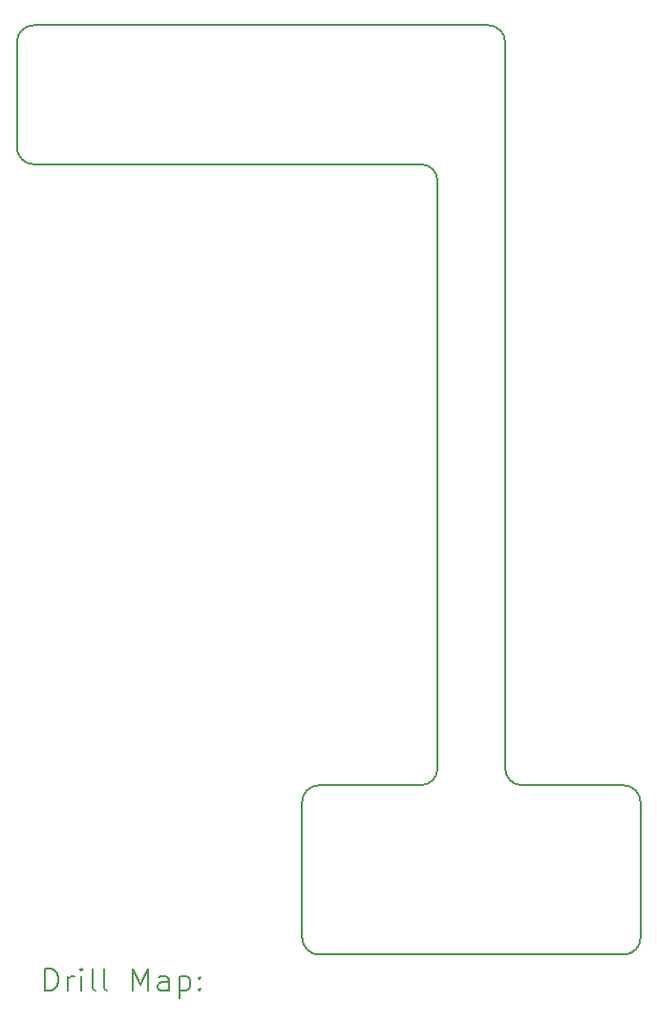
<source format=gbr>
%TF.GenerationSoftware,KiCad,Pcbnew,7.0.7*%
%TF.CreationDate,2024-12-02T13:56:50+01:00*%
%TF.ProjectId,Finger_FSR_V1_length,46696e67-6572-45f4-9653-525f56315f6c,rev?*%
%TF.SameCoordinates,Original*%
%TF.FileFunction,Drillmap*%
%TF.FilePolarity,Positive*%
%FSLAX45Y45*%
G04 Gerber Fmt 4.5, Leading zero omitted, Abs format (unit mm)*
G04 Created by KiCad (PCBNEW 7.0.7) date 2024-12-02 13:56:50*
%MOMM*%
%LPD*%
G01*
G04 APERTURE LIST*
%ADD10C,0.200000*%
G04 APERTURE END LIST*
D10*
X11315000Y-7035000D02*
X11315000Y-7965000D01*
X11465000Y-6885000D02*
G75*
G03*
X11315000Y-7035000I0J-150000D01*
G01*
X16695000Y-15115000D02*
G75*
G03*
X16845000Y-14965000I0J150000D01*
G01*
X16845000Y-14965000D02*
X16845000Y-13765000D01*
X15645000Y-13465000D02*
G75*
G03*
X15795000Y-13615000I150000J0D01*
G01*
X15045000Y-8265000D02*
X15045000Y-13465000D01*
X15495000Y-6885000D02*
X11465000Y-6885000D01*
X15045000Y-8265000D02*
G75*
G03*
X14895000Y-8115000I-150000J0D01*
G01*
X13845000Y-13765000D02*
X13845000Y-14965000D01*
X16695000Y-13615000D02*
X15795000Y-13615000D01*
X13995000Y-13615000D02*
G75*
G03*
X13845000Y-13765000I0J-150000D01*
G01*
X15645000Y-13465000D02*
X15645000Y-7035000D01*
X16845000Y-13765000D02*
G75*
G03*
X16695000Y-13615000I-150000J0D01*
G01*
X11315000Y-7965000D02*
G75*
G03*
X11465000Y-8115000I150000J0D01*
G01*
X14895000Y-13615000D02*
X13995000Y-13615000D01*
X13845000Y-14965000D02*
G75*
G03*
X13995000Y-15115000I150000J0D01*
G01*
X14895000Y-13615000D02*
G75*
G03*
X15045000Y-13465000I0J150000D01*
G01*
X13995000Y-15115000D02*
X16695000Y-15115000D01*
X15645000Y-7035000D02*
G75*
G03*
X15495000Y-6885000I-150000J0D01*
G01*
X11465000Y-8115000D02*
X14895000Y-8115000D01*
X11565777Y-15436484D02*
X11565777Y-15236484D01*
X11565777Y-15236484D02*
X11613396Y-15236484D01*
X11613396Y-15236484D02*
X11641967Y-15246008D01*
X11641967Y-15246008D02*
X11661015Y-15265055D01*
X11661015Y-15265055D02*
X11670539Y-15284103D01*
X11670539Y-15284103D02*
X11680062Y-15322198D01*
X11680062Y-15322198D02*
X11680062Y-15350769D01*
X11680062Y-15350769D02*
X11670539Y-15388865D01*
X11670539Y-15388865D02*
X11661015Y-15407912D01*
X11661015Y-15407912D02*
X11641967Y-15426960D01*
X11641967Y-15426960D02*
X11613396Y-15436484D01*
X11613396Y-15436484D02*
X11565777Y-15436484D01*
X11765777Y-15436484D02*
X11765777Y-15303150D01*
X11765777Y-15341246D02*
X11775301Y-15322198D01*
X11775301Y-15322198D02*
X11784824Y-15312674D01*
X11784824Y-15312674D02*
X11803872Y-15303150D01*
X11803872Y-15303150D02*
X11822920Y-15303150D01*
X11889586Y-15436484D02*
X11889586Y-15303150D01*
X11889586Y-15236484D02*
X11880062Y-15246008D01*
X11880062Y-15246008D02*
X11889586Y-15255531D01*
X11889586Y-15255531D02*
X11899110Y-15246008D01*
X11899110Y-15246008D02*
X11889586Y-15236484D01*
X11889586Y-15236484D02*
X11889586Y-15255531D01*
X12013396Y-15436484D02*
X11994348Y-15426960D01*
X11994348Y-15426960D02*
X11984824Y-15407912D01*
X11984824Y-15407912D02*
X11984824Y-15236484D01*
X12118158Y-15436484D02*
X12099110Y-15426960D01*
X12099110Y-15426960D02*
X12089586Y-15407912D01*
X12089586Y-15407912D02*
X12089586Y-15236484D01*
X12346729Y-15436484D02*
X12346729Y-15236484D01*
X12346729Y-15236484D02*
X12413396Y-15379341D01*
X12413396Y-15379341D02*
X12480062Y-15236484D01*
X12480062Y-15236484D02*
X12480062Y-15436484D01*
X12661015Y-15436484D02*
X12661015Y-15331722D01*
X12661015Y-15331722D02*
X12651491Y-15312674D01*
X12651491Y-15312674D02*
X12632443Y-15303150D01*
X12632443Y-15303150D02*
X12594348Y-15303150D01*
X12594348Y-15303150D02*
X12575301Y-15312674D01*
X12661015Y-15426960D02*
X12641967Y-15436484D01*
X12641967Y-15436484D02*
X12594348Y-15436484D01*
X12594348Y-15436484D02*
X12575301Y-15426960D01*
X12575301Y-15426960D02*
X12565777Y-15407912D01*
X12565777Y-15407912D02*
X12565777Y-15388865D01*
X12565777Y-15388865D02*
X12575301Y-15369817D01*
X12575301Y-15369817D02*
X12594348Y-15360293D01*
X12594348Y-15360293D02*
X12641967Y-15360293D01*
X12641967Y-15360293D02*
X12661015Y-15350769D01*
X12756253Y-15303150D02*
X12756253Y-15503150D01*
X12756253Y-15312674D02*
X12775301Y-15303150D01*
X12775301Y-15303150D02*
X12813396Y-15303150D01*
X12813396Y-15303150D02*
X12832443Y-15312674D01*
X12832443Y-15312674D02*
X12841967Y-15322198D01*
X12841967Y-15322198D02*
X12851491Y-15341246D01*
X12851491Y-15341246D02*
X12851491Y-15398388D01*
X12851491Y-15398388D02*
X12841967Y-15417436D01*
X12841967Y-15417436D02*
X12832443Y-15426960D01*
X12832443Y-15426960D02*
X12813396Y-15436484D01*
X12813396Y-15436484D02*
X12775301Y-15436484D01*
X12775301Y-15436484D02*
X12756253Y-15426960D01*
X12937205Y-15417436D02*
X12946729Y-15426960D01*
X12946729Y-15426960D02*
X12937205Y-15436484D01*
X12937205Y-15436484D02*
X12927682Y-15426960D01*
X12927682Y-15426960D02*
X12937205Y-15417436D01*
X12937205Y-15417436D02*
X12937205Y-15436484D01*
X12937205Y-15312674D02*
X12946729Y-15322198D01*
X12946729Y-15322198D02*
X12937205Y-15331722D01*
X12937205Y-15331722D02*
X12927682Y-15322198D01*
X12927682Y-15322198D02*
X12937205Y-15312674D01*
X12937205Y-15312674D02*
X12937205Y-15331722D01*
M02*

</source>
